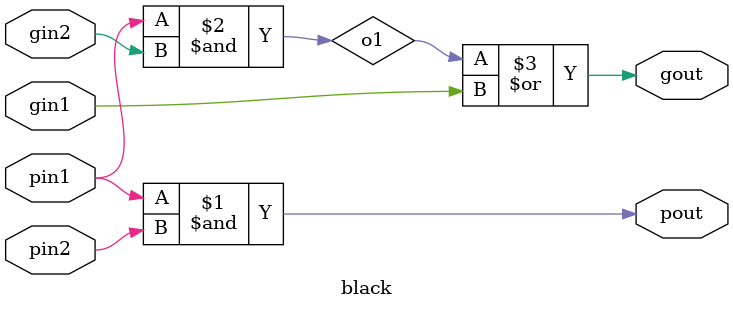
<source format=v>
module black (gout, pout, gin1, pin1, gin2, pin2);

   input gin1, pin1, gin2, pin2;

   output gout, pout;
   
   and xo1(pout, pin1, pin2);
   and an1(o1, pin1, gin2);
   or  or1(gout, o1, gin1);

endmodule // black

</source>
